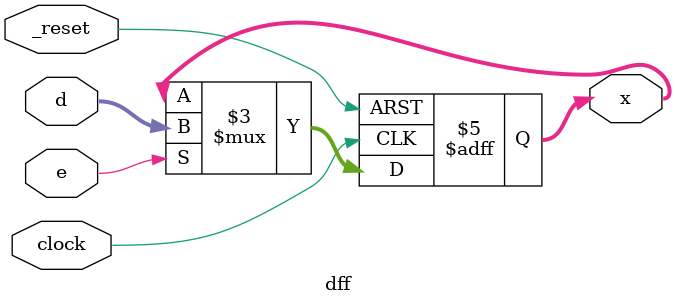
<source format=v>
module dff 
(
    input clock, _reset, e, 
    input [7:0]d,
    output reg[7:0]x
);

always@(posedge clock, negedge _reset)
begin
    if(!_reset)
        x<=0;
    else if(e)
        x<=d;
end 
endmodule

</source>
